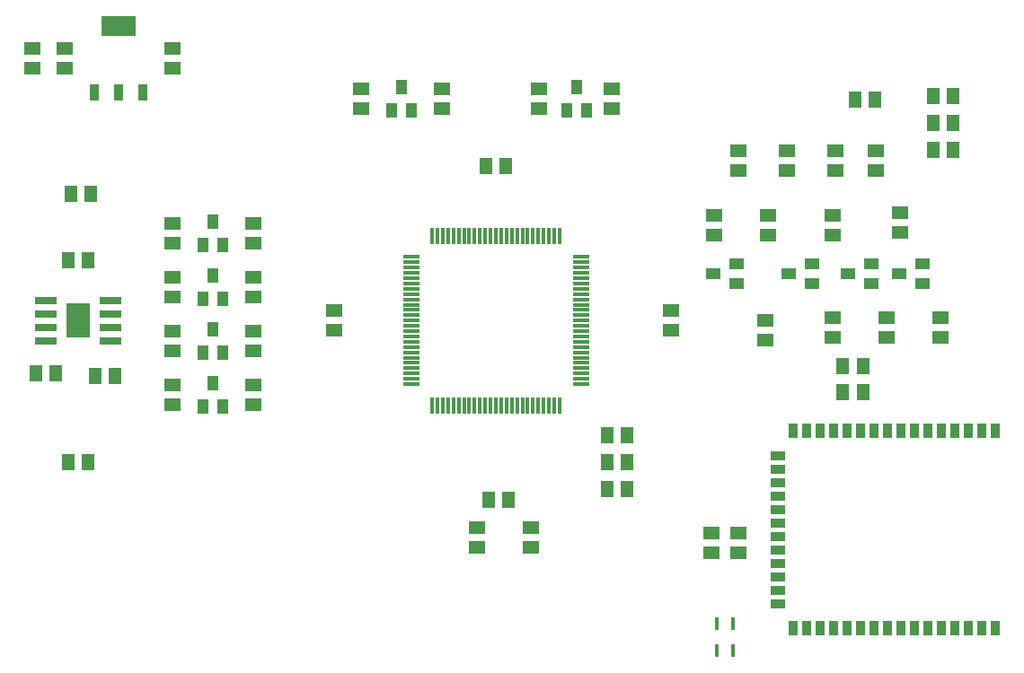
<source format=gtp>
G75*
%MOIN*%
%OFA0B0*%
%FSLAX25Y25*%
%IPPOS*%
%LPD*%
%AMOC8*
5,1,8,0,0,1.08239X$1,22.5*
%
%ADD10R,0.05906X0.05118*%
%ADD11R,0.05118X0.05906*%
%ADD12R,0.05512X0.03543*%
%ADD13R,0.03543X0.05512*%
%ADD14R,0.01772X0.04921*%
%ADD15R,0.08000X0.02600*%
%ADD16R,0.09000X0.13100*%
%ADD17R,0.03300X0.06300*%
%ADD18R,0.13000X0.07500*%
%ADD19R,0.05512X0.03937*%
%ADD20R,0.05906X0.01378*%
%ADD21R,0.01378X0.05906*%
%ADD22R,0.03937X0.05512*%
D10*
X0091800Y0109755D03*
X0091800Y0117235D03*
X0091800Y0129755D03*
X0091800Y0137235D03*
X0091800Y0149755D03*
X0091800Y0157235D03*
X0091800Y0169755D03*
X0091800Y0177235D03*
X0121800Y0177235D03*
X0121800Y0169755D03*
X0121800Y0157235D03*
X0121800Y0149755D03*
X0121800Y0137235D03*
X0121800Y0129755D03*
X0121800Y0117235D03*
X0121800Y0109755D03*
X0151800Y0137255D03*
X0151800Y0144735D03*
X0161800Y0219755D03*
X0161800Y0227235D03*
X0191800Y0227235D03*
X0191800Y0219755D03*
X0227800Y0219755D03*
X0227800Y0227235D03*
X0254800Y0227235D03*
X0254800Y0219755D03*
X0301800Y0204235D03*
X0301800Y0196755D03*
X0319800Y0196755D03*
X0319800Y0204235D03*
X0337800Y0204235D03*
X0337800Y0196755D03*
X0352800Y0196755D03*
X0352800Y0204235D03*
X0361800Y0181235D03*
X0361800Y0173755D03*
X0336800Y0172755D03*
X0336800Y0180235D03*
X0312800Y0180235D03*
X0312800Y0172755D03*
X0292800Y0172755D03*
X0292800Y0180235D03*
X0276800Y0144735D03*
X0276800Y0137255D03*
X0311800Y0133755D03*
X0311800Y0141235D03*
X0336800Y0142235D03*
X0336800Y0134755D03*
X0356800Y0134755D03*
X0356800Y0142235D03*
X0376800Y0142235D03*
X0376800Y0134755D03*
X0301800Y0062235D03*
X0291800Y0062235D03*
X0291800Y0054755D03*
X0301800Y0054755D03*
X0224800Y0056755D03*
X0224800Y0064235D03*
X0204800Y0064235D03*
X0204800Y0056755D03*
X0091800Y0234755D03*
X0091800Y0242235D03*
X0051800Y0242235D03*
X0051800Y0234755D03*
X0039800Y0234755D03*
X0039800Y0242235D03*
D11*
X0053060Y0088495D03*
X0060540Y0088495D03*
X0063060Y0120495D03*
X0070540Y0120495D03*
X0048540Y0121495D03*
X0041060Y0121495D03*
X0053060Y0163495D03*
X0060540Y0163495D03*
X0061540Y0187995D03*
X0054060Y0187995D03*
X0208060Y0198495D03*
X0215540Y0198495D03*
X0340560Y0123995D03*
X0348040Y0123995D03*
X0348040Y0114495D03*
X0340560Y0114495D03*
X0260540Y0098495D03*
X0253060Y0098495D03*
X0253060Y0088495D03*
X0260540Y0088495D03*
X0260540Y0078495D03*
X0253060Y0078495D03*
X0216540Y0074495D03*
X0209060Y0074495D03*
X0374060Y0204495D03*
X0381540Y0204495D03*
X0381540Y0214495D03*
X0374060Y0214495D03*
X0374060Y0224495D03*
X0381540Y0224495D03*
X0352540Y0222995D03*
X0345060Y0222995D03*
D12*
X0316339Y0090896D03*
X0316339Y0085896D03*
X0316339Y0080896D03*
X0316339Y0075896D03*
X0316339Y0070896D03*
X0316339Y0065896D03*
X0316339Y0060896D03*
X0316339Y0055896D03*
X0316339Y0050896D03*
X0316339Y0045896D03*
X0316339Y0040896D03*
X0316339Y0035896D03*
D13*
X0322127Y0026841D03*
X0327127Y0026841D03*
X0332127Y0026841D03*
X0337127Y0026841D03*
X0342127Y0026841D03*
X0347127Y0026841D03*
X0352127Y0026841D03*
X0357127Y0026841D03*
X0362127Y0026841D03*
X0367127Y0026841D03*
X0372127Y0026841D03*
X0377127Y0026841D03*
X0382127Y0026841D03*
X0387127Y0026841D03*
X0392127Y0026841D03*
X0397127Y0026841D03*
X0397127Y0100149D03*
X0392127Y0100149D03*
X0387127Y0100149D03*
X0382127Y0100149D03*
X0377127Y0100149D03*
X0372127Y0100149D03*
X0367127Y0100149D03*
X0362127Y0100149D03*
X0357127Y0100149D03*
X0352127Y0100149D03*
X0347127Y0100149D03*
X0342127Y0100149D03*
X0337127Y0100149D03*
X0332127Y0100149D03*
X0327127Y0100149D03*
X0322127Y0100149D03*
D14*
X0299851Y0028495D03*
X0293749Y0028495D03*
X0293749Y0018495D03*
X0299851Y0018495D03*
D15*
X0068900Y0133495D03*
X0068900Y0138495D03*
X0068900Y0143495D03*
X0068900Y0148495D03*
X0044700Y0148495D03*
X0044700Y0143495D03*
X0044700Y0138495D03*
X0044700Y0133495D03*
D16*
X0056800Y0140995D03*
D17*
X0062745Y0225895D03*
X0071800Y0225895D03*
X0080855Y0225895D03*
D18*
X0071800Y0250495D03*
D19*
X0292469Y0158495D03*
X0301131Y0162235D03*
X0301131Y0154755D03*
X0320469Y0158495D03*
X0329131Y0162235D03*
X0329131Y0154755D03*
X0342469Y0158495D03*
X0351131Y0162235D03*
X0351131Y0154755D03*
X0361469Y0158495D03*
X0370131Y0162235D03*
X0370131Y0154755D03*
D20*
X0243296Y0154774D03*
X0243296Y0152806D03*
X0243296Y0150837D03*
X0243296Y0148869D03*
X0243296Y0146900D03*
X0243296Y0144932D03*
X0243296Y0142963D03*
X0243296Y0140995D03*
X0243296Y0139026D03*
X0243296Y0137058D03*
X0243296Y0135089D03*
X0243296Y0133121D03*
X0243296Y0131152D03*
X0243296Y0129184D03*
X0243296Y0127215D03*
X0243296Y0125247D03*
X0243296Y0123278D03*
X0243296Y0121310D03*
X0243296Y0119341D03*
X0243296Y0117373D03*
X0243296Y0156743D03*
X0243296Y0158711D03*
X0243296Y0160680D03*
X0243296Y0162648D03*
X0243296Y0164617D03*
X0180304Y0164617D03*
X0180304Y0162648D03*
X0180304Y0160680D03*
X0180304Y0158711D03*
X0180304Y0156743D03*
X0180304Y0154774D03*
X0180304Y0152806D03*
X0180304Y0150837D03*
X0180304Y0148869D03*
X0180304Y0146900D03*
X0180304Y0144932D03*
X0180304Y0142963D03*
X0180304Y0140995D03*
X0180304Y0139026D03*
X0180304Y0137058D03*
X0180304Y0135089D03*
X0180304Y0133121D03*
X0180304Y0131152D03*
X0180304Y0129184D03*
X0180304Y0127215D03*
X0180304Y0125247D03*
X0180304Y0123278D03*
X0180304Y0121310D03*
X0180304Y0119341D03*
X0180304Y0117373D03*
D21*
X0188178Y0109499D03*
X0190146Y0109499D03*
X0192115Y0109499D03*
X0194083Y0109499D03*
X0196052Y0109499D03*
X0198020Y0109499D03*
X0199989Y0109499D03*
X0201957Y0109499D03*
X0203926Y0109499D03*
X0205894Y0109499D03*
X0207863Y0109499D03*
X0209831Y0109499D03*
X0211800Y0109499D03*
X0213769Y0109499D03*
X0215737Y0109499D03*
X0217706Y0109499D03*
X0219674Y0109499D03*
X0221643Y0109499D03*
X0223611Y0109499D03*
X0225580Y0109499D03*
X0227548Y0109499D03*
X0229517Y0109499D03*
X0231485Y0109499D03*
X0233454Y0109499D03*
X0235422Y0109499D03*
X0235422Y0172491D03*
X0233454Y0172491D03*
X0231485Y0172491D03*
X0229517Y0172491D03*
X0227548Y0172491D03*
X0225580Y0172491D03*
X0223611Y0172491D03*
X0221643Y0172491D03*
X0219674Y0172491D03*
X0217706Y0172491D03*
X0215737Y0172491D03*
X0213769Y0172491D03*
X0211800Y0172491D03*
X0209831Y0172491D03*
X0207863Y0172491D03*
X0205894Y0172491D03*
X0203926Y0172491D03*
X0201957Y0172491D03*
X0199989Y0172491D03*
X0198020Y0172491D03*
X0196052Y0172491D03*
X0194083Y0172491D03*
X0192115Y0172491D03*
X0190146Y0172491D03*
X0188178Y0172491D03*
D22*
X0180540Y0219164D03*
X0173060Y0219164D03*
X0176800Y0227826D03*
X0238060Y0219164D03*
X0245540Y0219164D03*
X0241800Y0227826D03*
X0110540Y0169164D03*
X0103060Y0169164D03*
X0106800Y0177826D03*
X0106800Y0157826D03*
X0103060Y0149164D03*
X0110540Y0149164D03*
X0106800Y0137826D03*
X0103060Y0129164D03*
X0110540Y0129164D03*
X0106800Y0117826D03*
X0103060Y0109164D03*
X0110540Y0109164D03*
M02*

</source>
